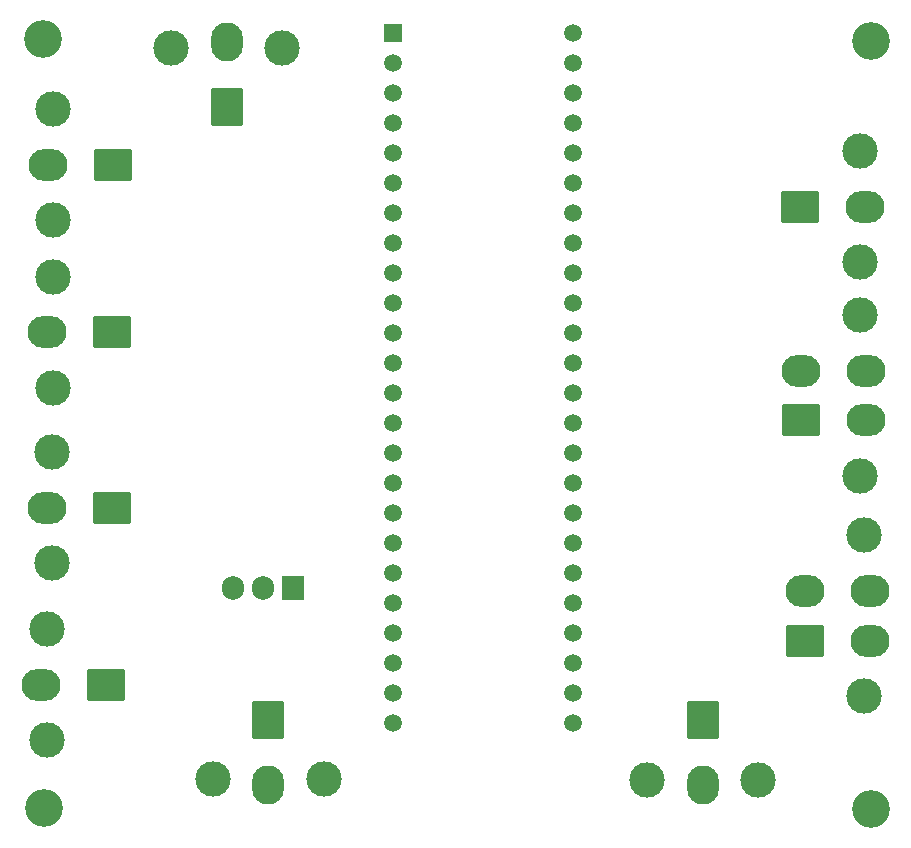
<source format=gbr>
%TF.GenerationSoftware,KiCad,Pcbnew,8.0.5*%
%TF.CreationDate,2025-02-16T14:39:50-08:00*%
%TF.ProjectId,ccm,63636d2e-6b69-4636-9164-5f7063625858,rev?*%
%TF.SameCoordinates,Original*%
%TF.FileFunction,Soldermask,Bot*%
%TF.FilePolarity,Negative*%
%FSLAX46Y46*%
G04 Gerber Fmt 4.6, Leading zero omitted, Abs format (unit mm)*
G04 Created by KiCad (PCBNEW 8.0.5) date 2025-02-16 14:39:50*
%MOMM*%
%LPD*%
G01*
G04 APERTURE LIST*
G04 Aperture macros list*
%AMRoundRect*
0 Rectangle with rounded corners*
0 $1 Rounding radius*
0 $2 $3 $4 $5 $6 $7 $8 $9 X,Y pos of 4 corners*
0 Add a 4 corners polygon primitive as box body*
4,1,4,$2,$3,$4,$5,$6,$7,$8,$9,$2,$3,0*
0 Add four circle primitives for the rounded corners*
1,1,$1+$1,$2,$3*
1,1,$1+$1,$4,$5*
1,1,$1+$1,$6,$7*
1,1,$1+$1,$8,$9*
0 Add four rect primitives between the rounded corners*
20,1,$1+$1,$2,$3,$4,$5,0*
20,1,$1+$1,$4,$5,$6,$7,0*
20,1,$1+$1,$6,$7,$8,$9,0*
20,1,$1+$1,$8,$9,$2,$3,0*%
G04 Aperture macros list end*
%ADD10C,3.000000*%
%ADD11RoundRect,0.250001X1.399999X-1.099999X1.399999X1.099999X-1.399999X1.099999X-1.399999X-1.099999X0*%
%ADD12O,3.300000X2.700000*%
%ADD13RoundRect,0.250001X1.099999X1.399999X-1.099999X1.399999X-1.099999X-1.399999X1.099999X-1.399999X0*%
%ADD14O,2.700000X3.300000*%
%ADD15R,1.498600X1.498600*%
%ADD16C,1.498600*%
%ADD17C,3.200000*%
%ADD18RoundRect,0.250001X-1.099999X-1.399999X1.099999X-1.399999X1.099999X1.399999X-1.099999X1.399999X0*%
%ADD19RoundRect,0.250001X-1.399999X1.099999X-1.399999X-1.099999X1.399999X-1.099999X1.399999X1.099999X0*%
%ADD20R,1.905000X2.000000*%
%ADD21O,1.905000X2.000000*%
G04 APERTURE END LIST*
D10*
%TO.C,J8*%
X183440000Y-122450000D03*
X183440000Y-108850000D03*
D11*
X178400000Y-117750000D03*
D12*
X178400000Y-113550000D03*
X183900000Y-117750000D03*
X183900000Y-113550000D03*
%TD*%
D10*
%TO.C,J10*%
X134150000Y-67560000D03*
X124750000Y-67560000D03*
D13*
X129450000Y-72600000D03*
D14*
X129450000Y-67100000D03*
%TD*%
D15*
%TO.C,U1*%
X143500000Y-66340000D03*
D16*
X143500000Y-68880000D03*
X143500000Y-71420000D03*
X143500000Y-73960000D03*
X143500000Y-76500000D03*
X143500000Y-79040000D03*
X143500000Y-81580000D03*
X143500000Y-84120000D03*
X143500000Y-86660000D03*
X143500000Y-89200000D03*
X143500000Y-91740000D03*
X143500000Y-94280000D03*
X143500000Y-96820000D03*
X143500000Y-99360000D03*
X143500000Y-101900000D03*
X143500000Y-104440000D03*
X143500000Y-106980000D03*
X143500000Y-109520000D03*
X143500000Y-112060000D03*
X143500000Y-114600000D03*
X143500000Y-117140000D03*
X143500000Y-119680000D03*
X143500000Y-122220000D03*
X143500000Y-124760000D03*
X158740000Y-124760000D03*
X158740000Y-122220000D03*
X158740000Y-119680000D03*
X158740000Y-117140000D03*
X158740000Y-114600000D03*
X158740000Y-112060000D03*
X158740000Y-109520000D03*
X158740000Y-106980000D03*
X158740000Y-104440000D03*
X158740000Y-101900000D03*
X158740000Y-99360000D03*
X158740000Y-96820000D03*
X158740000Y-94280000D03*
X158740000Y-91740000D03*
X158740000Y-89200000D03*
X158740000Y-86660000D03*
X158740000Y-84120000D03*
X158740000Y-81580000D03*
X158740000Y-79040000D03*
X158740000Y-76500000D03*
X158740000Y-73960000D03*
X158740000Y-71420000D03*
X158740000Y-68880000D03*
X158740000Y-66340000D03*
%TD*%
D17*
%TO.C,REF\u002A\u002A*%
X184000000Y-132000000D03*
%TD*%
%TO.C,REF\u002A\u002A*%
X113900000Y-66800000D03*
%TD*%
D10*
%TO.C,J4*%
X183090000Y-103800000D03*
X183090000Y-90200000D03*
D11*
X178050000Y-99100000D03*
D12*
X178050000Y-94900000D03*
X183550000Y-99100000D03*
X183550000Y-94900000D03*
%TD*%
D10*
%TO.C,J5*%
X165050000Y-129540000D03*
X174450000Y-129540000D03*
D18*
X169750000Y-124500000D03*
D14*
X169750000Y-130000000D03*
%TD*%
D10*
%TO.C,J1*%
X114200000Y-116800000D03*
X114200000Y-126200000D03*
D19*
X119240000Y-121500000D03*
D12*
X113740000Y-121500000D03*
%TD*%
D17*
%TO.C,REF\u002A\u002A*%
X184000000Y-67000000D03*
%TD*%
%TO.C,REF\u002A\u002A*%
X114000000Y-131900000D03*
%TD*%
D10*
%TO.C,J7*%
X114760000Y-72750000D03*
X114760000Y-82150000D03*
D19*
X119800000Y-77450000D03*
D12*
X114300000Y-77450000D03*
%TD*%
D10*
%TO.C,J6*%
X183040000Y-85700000D03*
X183040000Y-76300000D03*
D11*
X178000000Y-81000000D03*
D12*
X183500000Y-81000000D03*
%TD*%
D10*
%TO.C,J9*%
X114710000Y-86950000D03*
X114710000Y-96350000D03*
D19*
X119750000Y-91650000D03*
D12*
X114250000Y-91650000D03*
%TD*%
D10*
%TO.C,J3*%
X114660000Y-101800000D03*
X114660000Y-111200000D03*
D19*
X119700000Y-106500000D03*
D12*
X114200000Y-106500000D03*
%TD*%
D20*
%TO.C,Q1*%
X135040000Y-113255000D03*
D21*
X132500000Y-113255000D03*
X129960000Y-113255000D03*
%TD*%
D10*
%TO.C,J2*%
X128250000Y-129490000D03*
X137650000Y-129490000D03*
D18*
X132950000Y-124450000D03*
D14*
X132950000Y-129950000D03*
%TD*%
M02*

</source>
